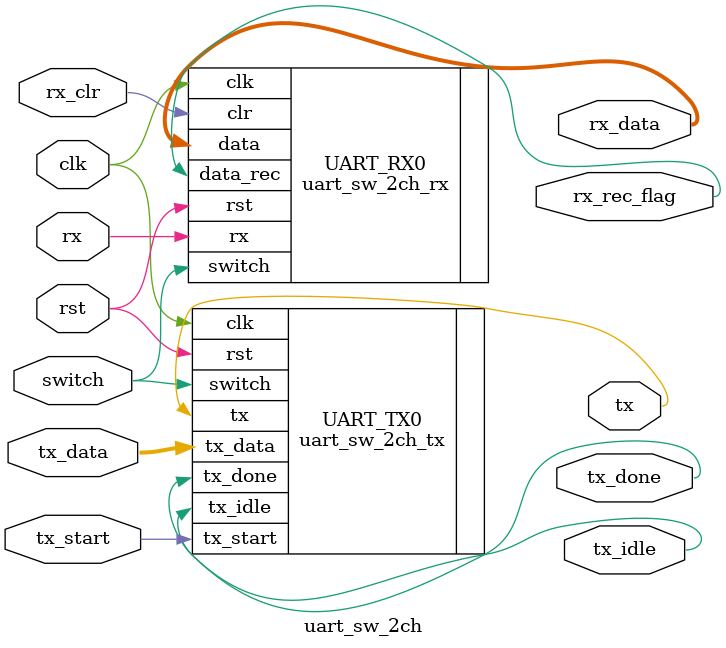
<source format=v>
`timescale 1ns / 1ps

/*
    uart_sw_2ch #(.clock_freq(),.ch0_rate(),.ch1_rate()) UART0(
        .rx_data(),
        .rx_rec_flag(),
        .tx(),
        .tx_done(),
        .tx_idle(),
        .tx_data(),
        .tx_start(),
        .rx(),
        .switch(),
        .rx_clr(),
        .clk(),
        .rst()
    );
*/

module uart_sw_2ch #(parameter clock_freq = 100_000_000,ch0_rate = 115200,ch1_rate = 9600) (
    output[7:0] rx_data,
    output rx_rec_flag,
    output tx,
    output tx_done,
    output tx_idle,
    input[7:0] tx_data,
    input tx_start,
    input rx,
    input switch,
    input rx_clr,
    input clk,
    input rst
    );
    
    uart_sw_2ch_rx #(.clock_freq(clock_freq),.ch0_rate(ch0_rate),.ch1_rate(ch1_rate)) UART_RX0(
        .data(rx_data),
        .data_rec(rx_rec_flag),
        .rx(rx),
        .switch(switch),
        .clr(rx_clr),
        .clk(clk),
        .rst(rst)
    );
    
    uart_sw_2ch_tx #(.clock_freq(clock_freq),.ch0_rate(ch0_rate),.ch1_rate(ch1_rate)) UART_TX0(
        .tx(tx),
        .tx_done(tx_done),
        .tx_idle(tx_idle),
        .tx_start(tx_start),
        .switch(switch),
        .tx_data(tx_data),
        .clk(clk),
        .rst(rst)
    );
    
endmodule

</source>
